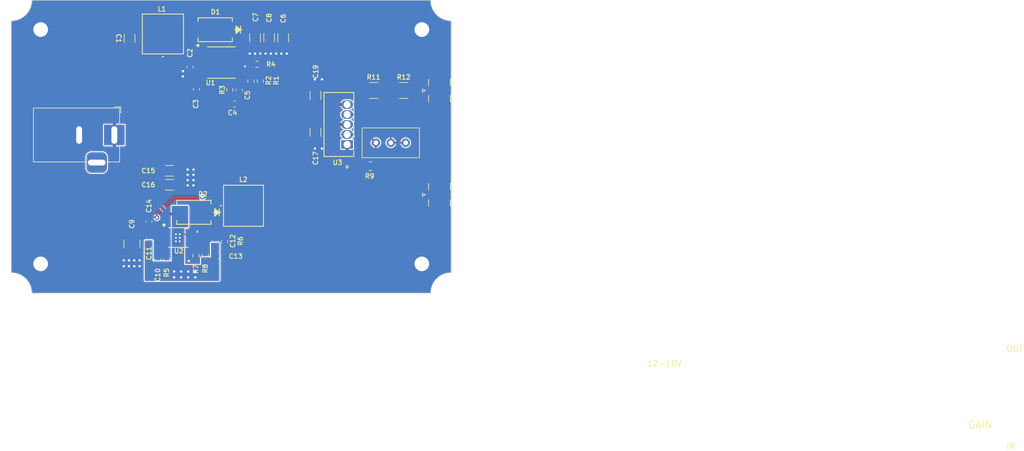
<source format=kicad_pcb>
(kicad_pcb (version 20240108) (generator "pcbnew") (generator_version "8.0")
  (layers (0 "F.Cu" signal) (31 "B.Cu" signal) (34 "B.Paste" user) (35 "F.Paste" user) (36 "B.SilkS" user "B.Silkscreen") (37 "F.SilkS" user "F.Silkscreen") (38 "B.Mask" user) (39 "F.Mask" user) (44 "Edge.Cuts" user))
  (net 0 "")
  (net 1 "VCC")
  (net 2 "GND")
  (net 3 "+30V")
  (net 4 "-30V")
  (net 5 "/FB+")
  (net 6 "/SW")
  (net 7 "/FB-")
  (net 10 "/COMP+")
  (net 11 "/COMP-")
  (net 12 "Net-(U2-BOOT)")
  (net 13 "/PH")
  (net 14 "Net-(U2-SS{slash}TR)")
  (net 15 "Net-(U2-RT{slash}CLK)")
  (net 16 "/VIN")
  (net 17 "/Vfb")
  (net 18 "/Vo")
  (net 19 "Net-(U1-SS)")
  (net 20 "Net-(C4-Pad1)")
  (net 21 "Net-(U1-FREQ)")
  (net 23 "Net-(C13-Pad1)")
  (net 24 "/VOUT")
  (net 25 "Net-(R11-Pad2)")
  (footprint "Resistor_SMD:R_0603_1608Metric" (layer "F.Cu") (at 57.4625 28.8 -90)
    (property "Reference" "R1" (at -0.1 -2.7 90) (layer "F.SilkS") (effects (font (size 0.8 0.8))))
    (property "Value" "232k")
    (pad "1" smd roundrect (at -0.825 0 270) (size 0.8 0.95) (layers "F.Cu" "F.Paste" "F.Mask") (net 5 "/FB+"))
    (pad "2" smd roundrect (at 0.825 0 270) (size 0.8 0.95) (layers "F.Cu" "F.Paste" "F.Mask") (net 3 "+30V"))
  )
  (footprint "TPS54260:DGQ10_1P88X1P57" (layer "F.Cu") (at 43.473601 55.5)
    (property "Reference" "U2" (at 0.088899 2.3 0) (layer "F.SilkS") (effects (font (size 0.8 0.8))))
    (property "Value" "TPS54260DGQ")
    (fp_text user "*" (at -2.445001 -1.829999 0) (layer "F.SilkS"))
    (fp_text user "*" (at -2.445001 -1.819999 0) (layer "F.SilkS"))
    (pad "1" smd rect (at -2.174999 -1.000001) (size 1.399999 0.27) (layers "F.Cu" "F.Paste" "F.Mask") (net 12 "Net-(U2-BOOT)"))
    (pad "2" smd rect (at -2.174999 -0.499999) (size 1.399999 0.27) (layers "F.Cu" "F.Paste" "F.Mask") (net 1 "VCC"))
    (pad "3" smd rect (at -2.174999 0) (size 1.399999 0.27) (layers "F.Cu" "F.Paste" "F.Mask"))
    (pad "4" smd rect (at -2.174999 0.499999) (size 1.399999 0.27) (layers "F.Cu" "F.Paste" "F.Mask") (net 14 "Net-(U2-SS{slash}TR)"))
    (pad "5" smd rect (at -2.174999 1.000001) (size 1.399999 0.27) (layers "F.Cu" "F.Paste" "F.Mask") (net 15 "Net-(U2-RT{slash}CLK)"))
    (pad "6" smd rect (at 2.174999 1.000001) (size 1.399999 0.27) (layers "F.Cu" "F.Paste" "F.Mask"))
    (pad "7" smd rect (at 2.174999 0.499999) (size 1.399999 0.27) (layers "F.Cu" "F.Paste" "F.Mask") (net 7 "/FB-"))
    (pad "8" smd rect (at 2.174999 0) (size 1.399999 0.27) (layers "F.Cu" "F.Paste" "F.Mask") (net 11 "/COMP-"))
    (pad "9" smd rect (at -0.05 0) (size 2.2 3.1) (layers "F.Cu" "F.Paste" "F.Mask") (net 4 "-30V"))
    (pad "9" smd rect (at 2.174999 -0.499999) (size 1.399999 0.27) (layers "F.Cu" "F.Paste" "F.Mask") (net 4 "-30V"))
    (pad "10" smd rect (at 2.174999 -1.000001) (size 1.399999 0.27) (layers "F.Cu" "F.Paste" "F.Mask") (net 13 "/PH"))
  )
  (footprint "Capacitor_SMD:C_1206_3216Metric" (layer "F.Cu") (at 58.9625 21.4 -90)
    (property "Reference" "C8" (at -3.4 0 90) (layer "F.SilkS") (effects (font (size 0.8 0.8))))
    (property "Value" "10u")
    (pad "1" smd roundrect (at -1.475 0 270) (size 1.15 1.8) (layers "F.Cu" "F.Paste" "F.Mask") (roundrect_rratio 0.2173913043) (net 3 "+30V"))
    (pad "2" smd roundrect (at 1.475 0 270) (size 1.15 1.8) (layers "F.Cu" "F.Paste" "F.Mask") (roundrect_rratio 0.2173913043) (net 2 "GND"))
  )
  (footprint "Capacitor_SMD:C_1206_3216Metric" (layer "F.Cu") (at 61.3625 21.4 -90)
    (property "Reference" "C6" (at -3.3 0 90) (layer "F.SilkS") (effects (font (size 0.8 0.8))))
    (property "Value" "10u")
    (pad "1" smd roundrect (at -1.475 0 270) (size 1.15 1.8) (layers "F.Cu" "F.Paste" "F.Mask") (roundrect_rratio 0.2173913043) (net 3 "+30V"))
    (pad "2" smd roundrect (at 1.475 0 270) (size 1.15 1.8) (layers "F.Cu" "F.Paste" "F.Mask") (roundrect_rratio 0.2173913043) (net 2 "GND"))
  )
  (footprint "OPA544T:KC5" (layer "F.Cu") (at 72.2595 39.6072 90)
    (property "Reference" "U3" (at -3.0885 -1.642 0) (layer "F.SilkS") (effects (font (size 0.8 0.8))))
    (property "Value" "OPA544T")
    (pad "1" thru_hole rect (at 0 0 90) (size 1.45 2) (drill 1.2) (layers "*.Cu" "*.Mask") (net 16 "/VIN"))
    (pad "2" thru_hole oval (at 1.7018 0 90) (size 1.45 2) (drill 1.2) (layers "*.Cu" "*.Mask") (net 17 "/Vfb"))
    (pad "3" thru_hole oval (at 3.4036 0 90) (size 1.45 2) (drill 1.2) (layers "*.Cu" "*.Mask") (net 4 "-30V"))
    (pad "4" thru_hole oval (at 5.1054 0 90) (size 1.45 2) (drill 1.2) (layers "*.Cu" "*.Mask") (net 18 "/Vo"))
    (pad "5" thru_hole oval (at 6.8072 0 90) (size 1.45 2) (drill 1.2) (layers "*.Cu" "*.Mask") (net 3 "+30V"))
  )
  (footprint "Resistor_SMD:R_0603_1608Metric" (layer "F.Cu") (at 56.9125 25.925 180)
    (property "Reference" "R4" (at -2.35 0 0) (layer "F.SilkS") (effects (font (size 0.8 0.8))))
    (property "Value" "78k7")
    (pad "1" smd roundrect (at -0.825 0 180) (size 0.8 0.95) (layers "F.Cu" "F.Paste" "F.Mask") (net 2 "GND"))
    (pad "2" smd roundrect (at 0.825 0 180) (size 0.8 0.95) (layers "F.Cu" "F.Paste" "F.Mask") (net 21 "Net-(U1-FREQ)"))
  )
  (footprint "SSB44:DIODE_DO214AA_MBRS_VIS" (layer "F.Cu") (at 46.1316 51.200001 180)
    (property "Reference" "D2" (at -1.537 3.11 0) (layer "F.SilkS") (effects (font (size 0.8 0.8))))
    (property "Value" "4A 48V")
    (pad "1" smd rect (at -1.9713 0 270) (size 2.159 1.945399) (layers "F.Cu" "F.Paste" "F.Mask") (net 13 "/PH"))
    (pad "2" smd rect (at 1.9713 0 270) (size 2.159 1.945399) (layers "F.Cu" "F.Paste" "F.Mask") (net 4 "-30V"))
    (zone (net 0) (net_name "") (layer "F.Cu") (connect_pads (clearance 0)) (min_thickness 0.254)
      (keepout (tracks not_allowed) (vias not_allowed) (pads allowed) (copperpour not_allowed) (footprints allowed))
      (fill (thermal_gap 0.508) (thermal_bridge_width 0.508))
      (polygon (pts (xy 47.079401 52.330301) (xy 45.183799 52.330301) (xy 45.183799 50.069701) (xy 47.079401 50.069701)))
    )
    (zone (net 0) (net_name "") (layer "F.Cu") (connect_pads (clearance 0)) (min_thickness 0.254)
      (keepout (tracks not_allowed) (vias not_allowed) (pads allowed) (copperpour not_allowed) (footprints allowed))
      (fill (thermal_gap 0.508) (thermal_bridge_width 0.508))
      (polygon (pts (xy 48.8748 50.069701) (xy 43.3884 50.069701) (xy 43.3884 49.345801) (xy 48.8748 49.345801)))
    )
  )
  (footprint "Resistor_SMD:R_1210_3225Metric" (layer "F.Cu") (at 76.775 30.4)
    (property "Reference" "R11" (at 0 -2.28 0) (layer "F.SilkS") (effects (font (size 0.8 0.8))))
    (property "Value" "3")
    (pad "1" smd roundrect (at -1.4625 0) (size 1.125 2.65) (layers "F.Cu" "F.Paste" "F.Mask") (roundrect_rratio 0.2222222222) (net 18 "/Vo"))
    (pad "2" smd roundrect (at 1.4625 0) (size 1.125 2.65) (layers "F.Cu" "F.Paste" "F.Mask") (roundrect_rratio 0.2222222222) (net 25 "Net-(R11-Pad2)"))
  )
  (footprint "Capacitor_SMD:C_1206_3216Metric" (layer "F.Cu") (at 56.5625 21.4 -90)
    (property "Reference" "C7" (at -3.5 -0.1 90) (layer "F.SilkS") (effects (font (size 0.8 0.8))))
    (property "Value" "10u")
    (pad "1" smd roundrect (at -1.475 0 270) (size 1.15 1.8) (layers "F.Cu" "F.Paste" "F.Mask") (roundrect_rratio 0.2173913043) (net 3 "+30V"))
    (pad "2" smd roundrect (at 1.475 0 270) (size 1.15 1.8) (layers "F.Cu" "F.Paste" "F.Mask") (roundrect_rratio 0.2173913043) (net 2 "GND"))
  )
  (footprint "Capacitor_SMD:C_0603_1608Metric" (layer "F.Cu") (at 49.7625 56.2 -90)
    (property "Reference" "C12" (at -0.1 -3 90) (layer "F.SilkS") (effects (font (size 0.8 0.8))))
    (property "Value" "2n2")
    (pad "1" smd roundrect (at -0.775 0 270) (size 0.9 0.95) (layers "F.Cu" "F.Paste" "F.Mask") (net 11 "/COMP-"))
    (pad "2" smd roundrect (at 0.775 0 270) (size 0.9 0.95) (layers "F.Cu" "F.Paste" "F.Mask") (net 4 "-30V"))
  )
  (footprint "MountingHole:MountingHole_2.5mm_Pad" (layer "F.Cu") (at 20 20)
    (property "Reference" "H1" (hide yes))
    (property "Value" "MountingHole_Pad")
    (pad "1" thru_hole circle (at 0 0) (size 5 5) (drill 2.5) (layers "*.Cu" "*.Mask") (net 2 "GND"))
  )
  (footprint "Resistor_SMD:R_0805_2012Metric" (layer "F.Cu") (at 76.25 43.3225)
    (property "Reference" "R9" (at -0.14 1.7 0) (layer "F.SilkS") (effects (font (size 0.8 0.8))))
    (property "Value" "10k")
    (pad "1" smd roundrect (at -0.9125 0) (size 1.025 1.4) (layers "F.Cu" "F.Paste" "F.Mask") (roundrect_rratio 0.243902439) (net 2 "GND"))
    (pad "2" smd roundrect (at 0.9125 0) (size 1.025 1.4) (layers "F.Cu" "F.Paste" "F.Mask") (roundrect_rratio 0.243902439) (net 17 "/Vfb"))
  )
  (footprint "Capacitor_SMD:C_0603_1608Metric" (layer "F.Cu") (at 39.9625 59.3 -90)
    (property "Reference" "C10" (at 2.6 0 90) (layer "F.SilkS") (effects (font (size 0.8 0.8))))
    (property "Value" "150n")
    (pad "1" smd roundrect (at -0.775 0 270) (size 0.9 0.95) (layers "F.Cu" "F.Paste" "F.Mask") (net 14 "Net-(U2-SS{slash}TR)"))
    (pad "2" smd roundrect (at 0.775 0 270) (size 0.9 0.95) (layers "F.Cu" "F.Paste" "F.Mask") (net 4 "-30V"))
  )
  (footprint "Connector_BarrelJack:BarrelJack_Horizontal" (layer "F.Cu") (at 32.5625 38)
    (property "Reference" "J1" (hide yes))
    (property "Value" "Power_in")
    (pad "1" thru_hole rect (at 0 0) (size 3.5 3.5) (drill oval 1 3) (layers "*.Cu" "*.Mask") (net 1 "VCC"))
    (pad "2" thru_hole roundrect (at -6 0) (size 3 3.5) (drill oval 1 3) (layers "*.Cu" "*.Mask") (net 2 "GND"))
    (pad "3" thru_hole roundrect (at -3 4.7) (size 3.5 3.5) (drill oval 3 1) (layers "*.Cu" "*.Mask"))
  )
  (footprint "Resistor_SMD:R_0603_1608Metric" (layer "F.Cu") (at 48.0625 58.6 90)
    (property "Reference" "R8" (at -2.2 0 90) (layer "F.SilkS") (effects (font (size 0.8 0.8))))
    (property "Value" "10k")
    (pad "1" smd roundrect (at -0.825 0 90) (size 0.8 0.95) (layers "F.Cu" "F.Paste" "F.Mask") (net 4 "-30V"))
    (pad "2" smd roundrect (at 0.825 0 90) (size 0.8 0.95) (layers "F.Cu" "F.Paste" "F.Mask") (net 7 "/FB-"))
  )
  (footprint "TPS55340:PWP14" (layer "F.Cu") (at 50.8125 25.625)
    (property "Reference" "U1" (at -1.85 3.475 0) (layer "F.SilkS") (effects (font (size 0.8 0.8))))
    (property "Value" "TPS55340PWP")
    (fp_poly (pts (xy -0.175 -1.155) (xy -0.175 -1.405) (xy -0.475 -1.405) (xy -0.475 -1.155)) (fill solid) (layer "F.Cu"))
    (fp_poly (pts (xy -0.175 1.155) (xy -0.175 1.405) (xy -0.475 1.405) (xy -0.475 1.155)) (fill solid) (layer "F.Cu"))
    (fp_poly (pts (xy 0.175 -1.155) (xy 0.175 -1.405) (xy 0.475 -1.405) (xy 0.475 -1.155)) (fill solid) (layer "F.Cu"))
    (fp_poly (pts (xy 0.175 1.155) (xy 0.175 1.405) (xy 0.475 1.405) (xy 0.475 1.155)) (fill solid) (layer "F.Cu"))
    (fp_text user "*" (at -4 -2.6 0) (layer "F.SilkS"))
    (fp_text user "*" (at -4 -2.6 0) (layer "F.SilkS"))
    (pad "1" smd rect (at -2.921 -1.950034) (size 1.461999 0.3548) (layers "F.Cu" "F.Paste" "F.Mask") (net 6 "/SW"))
    (pad "2" smd rect (at -2.921 -1.300023) (size 1.461999 0.3548) (layers "F.Cu" "F.Paste" "F.Mask") (net 6 "/SW"))
    (pad "3" smd rect (at -2.921 -0.650011) (size 1.461999 0.3548) (layers "F.Cu" "F.Paste" "F.Mask") (net 1 "VCC"))
    (pad "4" smd rect (at -2.921 0) (size 1.461999 0.3548) (layers "F.Cu" "F.Paste" "F.Mask") (net 1 "VCC"))
    (pad "5" smd rect (at -2.921 0.650011) (size 1.461999 0.3548) (layers "F.Cu" "F.Paste" "F.Mask") (net 19 "Net-(U1-SS)"))
    (pad "6" smd rect (at -2.921 1.300023) (size 1.461999 0.3548) (layers "F.Cu" "F.Paste" "F.Mask") (net 2 "GND"))
    (pad "7" smd rect (at -2.921 1.950034) (size 1.461999 0.3548) (layers "F.Cu" "F.Paste" "F.Mask") (net 2 "GND"))
    (pad "8" smd rect (at 2.921 1.950034) (size 1.461999 0.3548) (layers "F.Cu" "F.Paste" "F.Mask") (net 10 "/COMP+"))
    (pad "9" smd rect (at 2.921 1.300023) (size 1.461999 0.3548) (layers "F.Cu" "F.Paste" "F.Mask") (net 5 "/FB+"))
    (pad "10" smd rect (at 2.921 0.650011) (size 1.461999 0.3548) (layers "F.Cu" "F.Paste" "F.Mask") (net 21 "Net-(U1-FREQ)"))
    (pad "11" smd rect (at 2.921 0) (size 1.461999 0.3548) (layers "F.Cu" "F.Paste" "F.Mask"))
    (pad "12" smd rect (at 2.921 -0.650011) (size 1.461999 0.3548) (layers "F.Cu" "F.Paste" "F.Mask") (net 2 "GND"))
    (pad "13" smd rect (at 2.921 -1.300023) (size 1.461999 0.3548) (layers "F.Cu" "F.Paste" "F.Mask") (net 2 "GND"))
    (pad "14" smd rect (at 2.921 -1.950034) (size 1.461999 0.3548) (layers "F.Cu" "F.Paste" "F.Mask") (net 2 "GND"))
    (pad "15" smd rect (at 0 0) (size 2.46 2.31) (layers "F.Cu" "F.Paste" "F.Mask") (net 2 "GND"))
  )
  (footprint "Capacitor_SMD:C_0603_1608Metric" (layer "F.Cu") (at 53.8625 30.3 -90)
    (property "Reference" "C5" (at 0.9 -1.4 90) (layer "F.SilkS") (effects (font (size 0.8 0.8))))
    (property "Value" "150p")
    (pad "1" smd roundrect (at -0.775 0 270) (size 0.9 0.95) (layers "F.Cu" "F.Paste" "F.Mask") (net 10 "/COMP+"))
    (pad "2" smd roundrect (at 0.775 0 270) (size 0.9 0.95) (layers "F.Cu" "F.Paste" "F.Mask") (net 2 "GND"))
  )
  (footprint "Capacitor_SMD:C_1206_3216Metric" (layer "F.Cu") (at 41.9625 46.5 180)
    (property "Reference" "C16" (at 3.6 0 0) (layer "F.SilkS") (effects (font (size 0.8 0.8))))
    (property "Value" "10u")
    (pad "1" smd roundrect (at -1.475 0 180) (size 1.15 1.8) (layers "F.Cu" "F.Paste" "F.Mask") (roundrect_rratio 0.2173913043) (net 2 "GND"))
    (pad "2" smd roundrect (at 1.475 0 180) (size 1.15 1.8) (layers "F.Cu" "F.Paste" "F.Mask") (roundrect_rratio 0.2173913043) (net 4 "-30V"))
  )
  (footprint "Resistor_SMD:R_0603_1608Metric" (layer "F.Cu") (at 55.8625 28.8 90)
    (property "Reference" "R2" (at 0.1 3 90) (layer "F.SilkS") (effects (font (size 0.8 0.8))))
    (property "Value" "10k")
    (pad "1" smd roundrect (at -0.825 0 90) (size 0.8 0.95) (layers "F.Cu" "F.Paste" "F.Mask") (net 2 "GND"))
    (pad "2" smd roundrect (at 0.825 0 90) (size 0.8 0.95) (layers "F.Cu" "F.Paste" "F.Mask") (net 5 "/FB+"))
  )
  (footprint "Capacitor_SMD:C_0603_1608Metric" (layer "F.Cu") (at 38.4625 52.8 90)
    (property "Reference" "C14" (at 2.7 0 90) (layer "F.SilkS") (effects (font (size 0.8 0.8))))
    (property "Value" "100n")
    (pad "1" smd roundrect (at -0.775 0 90) (size 0.9 0.95) (layers "F.Cu" "F.Paste" "F.Mask") (net 12 "Net-(U2-BOOT)"))
    (pad "2" smd roundrect (at 0.775 0 90) (size 0.9 0.95) (layers "F.Cu" "F.Paste" "F.Mask") (net 13 "/PH"))
  )
  (footprint "SSB44:DIODE_DO214AA_MBRS_VIS" (layer "F.Cu") (at 49.7625 20.025 180)
    (property "Reference" "D1" (at -0.05 3.05 0) (layer "F.SilkS") (effects (font (size 0.8 0.8))))
    (property "Value" "4A 40V")
    (pad "1" smd rect (at -1.9713 0 270) (size 2.159 1.945399) (layers "F.Cu" "F.Paste" "F.Mask") (net 3 "+30V"))
    (pad "2" smd rect (at 1.9713 0 270) (size 2.159 1.945399) (layers "F.Cu" "F.Paste" "F.Mask") (net 6 "/SW"))
    (zone (net 0) (net_name "") (layer "F.Cu") (connect_pads (clearance 0)) (min_thickness 0.254)
      (keepout (tracks not_allowed) (vias not_allowed) (pads allowed) (copperpour not_allowed) (footprints allowed))
      (fill (thermal_gap 0.508) (thermal_bridge_width 0.508))
      (polygon (pts (xy 50.710301 21.1553) (xy 48.814699 21.1553) (xy 48.814699 18.8947) (xy 50.710301 18.8947)))
    )
  )
  (footprint "Resistor_SMD:R_0603_1608Metric" (layer "F.Cu") (at 46.4625 58.6 -90)
    (property "Reference" "R7" (at 2.3 0 90) (layer "F.SilkS") (effects (font (size 0.8 0.8))))
    (property "Value" "365k")
    (pad "1" smd roundrect (at -0.825 0 270) (size 0.8 0.95) (layers "F.Cu" "F.Paste" "F.Mask") (net 7 "/FB-"))
    (pad "2" smd roundrect (at 0.825 0 270) (size 0.8 0.95) (layers "F.Cu" "F.Paste" "F.Mask") (net 2 "GND"))
  )
  (footprint "Capacitor_SMD:C_1206_3216Metric" (layer "F.Cu") (at 41.9625 44.1 180)
    (property "Reference" "C15" (at 3.6 0 0) (layer "F.SilkS") (effects (font (size 0.8 0.8))))
    (property "Value" "10u")
    (pad "1" smd roundrect (at -1.475 0 180) (size 1.15 1.8) (layers "F.Cu" "F.Paste" "F.Mask") (roundrect_rratio 0.2173913043) (net 2 "GND"))
    (pad "2" smd roundrect (at 1.475 0 180) (size 1.15 1.8) (layers "F.Cu" "F.Paste" "F.Mask") (roundrect_rratio 0.2173913043) (net 4 "-30V"))
  )
  (footprint "Capacitor_SMD:C_1210_3225Metric" (layer "F.Cu") (at 35.5625 56.6 -90)
    (property "Reference" "C9" (at -3.4 0 90) (layer "F.SilkS") (effects (font (size 0.8 0.8))))
    (property "Value" "56u")
    (pad "1" smd roundrect (at -1.475 0 270) (size 1.15 2.7) (layers "F.Cu" "F.Paste" "F.Mask") (roundrect_rratio 0.2173913043) (net 1 "VCC"))
    (pad "2" smd roundrect (at 1.475 0 270) (size 1.15 2.7) (layers "F.Cu" "F.Paste" "F.Mask") (roundrect_rratio 0.2173913043) (net 2 "GND"))
  )
  (footprint "XAL6060:IND_XAL60XX-240H_COC" (layer "F.Cu") (at 54.5918 50.073201)
    (property "Reference" "L2" (at -0.0293 -4.473201 0) (layer "F.SilkS") (effects (font (size 0.8 0.8))))
    (property "Value" "100u")
    (pad "1" smd rect (at -2.0574 0) (size 1.2954 5.0038) (layers "F.Cu" "F.Paste" "F.Mask") (net 13 "/PH"))
    (pad "2" smd rect (at 2.0574 0) (size 1.2954 5.0038) (layers "F.Cu" "F.Paste" "F.Mask") (net 2 "GND"))
  )
  (footprint "Capacitor_SMD:C_0603_1608Metric" (layer "F.Cu") (at 53.0625 32.7)
    (property "Reference" "C4" (at -0.35 1.5 0) (layer "F.SilkS") (effects (font (size 0.8 0.8))))
    (property "Value" "220n")
    (pad "1" smd roundrect (at -0.775 0) (size 0.9 0.95) (layers "F.Cu" "F.Paste" "F.Mask") (net 20 "Net-(C4-Pad1)"))
    (pad "2" smd roundrect (at 0.775 0) (size 0.9 0.95) (layers "F.Cu" "F.Paste" "F.Mask") (net 2 "GND"))
  )
  (footprint "XAL6060:IND_XAL60XX-240H_COC" (layer "F.Cu") (at 40.8395 20.75 90)
    (property "Reference" "L1" (at 4.25 -0.177 0) (layer "F.SilkS") (effects (font (size 0.8 0.8))))
    (property "Value" "47u")
    (pad "1" smd rect (at -2.0574 0 90) (size 1.2954 5.0038) (layers "F.Cu" "F.Paste" "F.Mask") (net 1 "VCC"))
    (pad "2" smd rect (at 2.0574 0 90) (size 1.2954 5.0038) (layers "F.Cu" "F.Paste" "F.Mask") (net 6 "/SW"))
  )
  (footprint "Capacitor_SMD:C_1206_3216Metric" (layer "F.Cu") (at 66.8625 37.5307 90)
    (property "Reference" "C17" (at -4.4232 0.015 90) (layer "F.SilkS") (effects (font (size 0.8 0.8))))
    (property "Value" "100n")
    (pad "1" smd roundrect (at -1.475 0 90) (size 1.15 1.8) (layers "F.Cu" "F.Paste" "F.Mask") (roundrect_rratio 0.2173913043) (net 2 "GND"))
    (pad "2" smd roundrect (at 1.475 0 90) (size 1.15 1.8) (layers "F.Cu" "F.Paste" "F.Mask") (roundrect_rratio 0.2173913043) (net 4 "-30V"))
  )
  (footprint "MountingHole:MountingHole_2.5mm_Pad" (layer "F.Cu") (at 85 20)
    (property "Reference" "H2" (hide yes))
    (property "Value" "MountingHole_Pad")
    (pad "1" thru_hole circle (at 0 0) (size 5 5) (drill 2.5) (layers "*.Cu" "*.Mask") (net 2 "GND"))
  )
  (footprint "Potentiometer_THT:Potentiometer_Bourns_3296W_Vertical" (layer "F.Cu") (at 82.25 39.3225)
    (property "Reference" "RV1" (hide yes))
    (property "Value" "R_Potentiometer_Trim")
    (pad "1" thru_hole circle (at 0 0) (size 1.44 1.44) (drill 0.8) (layers "*.Cu" "*.Mask") (net 18 "/Vo"))
    (pad "2" thru_hole circle (at -2.54 0) (size 1.44 1.44) (drill 0.8) (layers "*.Cu" "*.Mask") (net 18 "/Vo"))
    (pad "3" thru_hole circle (at -5.08 0) (size 1.44 1.44) (drill 0.8) (layers "*.Cu" "*.Mask") (net 17 "/Vfb"))
  )
  (footprint "Resistor_SMD:R_0603_1608Metric" (layer "F.Cu") (at 52.2625 30.3 90)
    (property "Reference" "R3" (at 0 -1.3 90) (layer "F.SilkS") (effects (font (size 0.8 0.8))))
    (property "Value" "3k7")
    (pad "1" smd roundrect (at -0.825 0 90) (size 0.8 0.95) (layers "F.Cu" "F.Paste" "F.Mask") (net 20 "Net-(C4-Pad1)"))
    (pad "2" smd roundrect (at 0.825 0 90) (size 0.8 0.95) (layers "F.Cu" "F.Paste" "F.Mask") (net 10 "/COMP+"))
  )
  (footprint "Capacitor_SMD:C_0603_1608Metric" (layer "F.Cu") (at 50.4625 58.6 180)
    (property "Reference" "C13" (at -2.8 -0.1 0) (layer "F.SilkS") (effects (font (size 0.8 0.8))))
    (property "Value" "220n")
    (pad "1" smd roundrect (at -0.775 0 180) (size 0.9 0.95) (layers "F.Cu" "F.Paste" "F.Mask") (net 23 "Net-(C13-Pad1)"))
    (pad "2" smd roundrect (at 0.775 0 180) (size 0.9 0.95) (layers "F.Cu" "F.Paste" "F.Mask") (net 4 "-30V"))
  )
  (footprint "Connector_Coaxial:SMA_Samtec_SMA-J-P-X-ST-EM1_EdgeMount" (layer "F.Cu") (at 87.8625 30.4 90)
    (property "Reference" "J3" (hide yes))
    (property "Value" "OUT")
    (pad "1" smd rect (at 0 0.2 90) (size 1.27 3.6) (layers "F.Cu" "F.Paste" "F.Mask") (net 24 "/VOUT"))
    (pad "2" smd rect (at -2.825 0 90) (size 1.35 4.2) (layers "F.Cu" "F.Paste" "F.Mask") (net 2 "GND"))
    (pad "2" smd rect (at -2.825 0 90) (size 1.35 4.2) (layers "B.Cu" "B.Paste" "B.Mask") (net 2 "GND"))
    (pad "2" smd rect (at 2.825 0 90) (size 1.35 4.2) (layers "F.Cu" "F.Paste" "F.Mask") (net 2 "GND"))
    (pad "2" smd rect (at 2.825 0 90) (size 1.35 4.2) (layers "B.Cu" "B.Paste" "B.Mask") (net 2 "GND"))
  )
  (footprint "Capacitor_SMD:C_0603_1608Metric" (layer "F.Cu") (at 46.5625 30.2 -90)
    (property "Reference" "C3" (at 2.5 0.1 90) (layer "F.SilkS") (effects (font (size 0.8 0.8))))
    (property "Value" "47n")
    (pad "1" smd roundrect (at -0.775 0 270) (size 0.9 0.95) (layers "F.Cu" "F.Paste" "F.Mask") (net 19 "Net-(U1-SS)"))
    (pad "2" smd roundrect (at 0.775 0 270) (size 0.9 0.95) (layers "F.Cu" "F.Paste" "F.Mask") (net 2 "GND"))
  )
  (footprint "Connector_Coaxial:SMA_Samtec_SMA-J-P-X-ST-EM1_EdgeMount" (layer "F.Cu") (at 87.8625 48.2 90)
    (property "Reference" "J2" (hide yes))
    (property "Value" "IN")
    (pad "1" smd rect (at 0 0.2 90) (size 1.27 3.6) (layers "F.Cu" "F.Paste" "F.Mask") (net 16 "/VIN"))
    (pad "2" smd rect (at -2.825 0 90) (size 1.35 4.2) (layers "F.Cu" "F.Paste" "F.Mask") (net 2 "GND"))
    (pad "2" smd rect (at -2.825 0 90) (size 1.35 4.2) (layers "B.Cu" "B.Paste" "B.Mask") (net 2 "GND"))
    (pad "2" smd rect (at 2.825 0 90) (size 1.35 4.2) (layers "F.Cu" "F.Paste" "F.Mask") (net 2 "GND"))
    (pad "2" smd rect (at 2.825 0 90) (size 1.35 4.2) (layers "B.Cu" "B.Paste" "B.Mask") (net 2 "GND"))
  )
  (footprint "Resistor_SMD:R_1210_3225Metric" (layer "F.Cu") (at 81.9 30.4)
    (property "Reference" "R12" (at 0 -2.28 0) (layer "F.SilkS") (effects (font (size 0.8 0.8))))
    (property "Value" "2")
    (pad "1" smd roundrect (at -1.4625 0) (size 1.125 2.65) (layers "F.Cu" "F.Paste" "F.Mask") (roundrect_rratio 0.2222222222) (net 25 "Net-(R11-Pad2)"))
    (pad "2" smd roundrect (at 1.4625 0) (size 1.125 2.65) (layers "F.Cu" "F.Paste" "F.Mask") (roundrect_rratio 0.2222222222) (net 24 "/VOUT"))
  )
  (footprint "Capacitor_SMD:C_0603_1608Metric" (layer "F.Cu") (at 45.4625 26.41 -90)
    (property "Reference" "C2" (at -2.41 0 90) (layer "F.SilkS") (effects (font (size 0.8 0.8))))
    (property "Value" "100n")
    (pad "1" smd roundrect (at -0.775 0 270) (size 0.9 0.95) (layers "F.Cu" "F.Paste" "F.Mask") (net 1 "VCC"))
    (pad "2" smd roundrect (at 0.775 0 270) (size 0.9 0.95) (layers "F.Cu" "F.Paste" "F.Mask") (net 2 "GND"))
  )
  (footprint "MountingHole:MountingHole_2.5mm_Pad" (layer "F.Cu") (at 85 60)
    (property "Reference" "H4" (hide yes))
    (property "Value" "MountingHole_Pad")
    (pad "1" thru_hole circle (at 0 0) (size 5 5) (drill 2.5) (layers "*.Cu" "*.Mask") (net 2 "GND"))
  )
  (footprint "Capacitor_SMD:C_1206_3216Metric" (layer "F.Cu") (at 66.8625 31.2307 90)
    (property "Reference" "C19" (at 4.05 0.05 90) (layer "F.SilkS") (effects (font (size 0.8 0.8))))
    (property "Value" "100n")
    (pad "1" smd roundrect (at -1.475 0 90) (size 1.15 1.8) (layers "F.Cu" "F.Paste" "F.Mask") (roundrect_rratio 0.2173913043) (net 3 "+30V"))
    (pad "2" smd roundrect (at 1.475 0 90) (size 1.15 1.8) (layers "F.Cu" "F.Paste" "F.Mask") (roundrect_rratio 0.2173913043) (net 2 "GND"))
  )
  (footprint "Resistor_SMD:R_0603_1608Metric" (layer "F.Cu") (at 51.3625 56.2 90)
    (property "Reference" "R6" (at 0.1 2.7 90) (layer "F.SilkS") (effects (font (size 0.8 0.8))))
    (property "Value" "8k2")
    (pad "1" smd roundrect (at -0.825 0 90) (size 0.8 0.95) (layers "F.Cu" "F.Paste" "F.Mask") (net 23 "Net-(C13-Pad1)"))
    (pad "2" smd roundrect (at 0.825 0 90) (size 0.8 0.95) (layers "F.Cu" "F.Paste" "F.Mask") (net 11 "/COMP-"))
  )
  (footprint "Capacitor_SMD:C_0603_1608Metric" (layer "F.Cu") (at 38.4625 55.9 -90)
    (property "Reference" "C11" (at 2.3 0 90) (layer "F.SilkS") (effects (font (size 0.8 0.8))))
    (property "Value" "1u")
    (pad "1" smd roundrect (at -0.775 0 270) (size 0.9 0.95) (layers "F.Cu" "F.Paste" "F.Mask") (net 1 "VCC"))
    (pad "2" smd roundrect (at 0.775 0 270) (size 0.9 0.95) (layers "F.Cu" "F.Paste" "F.Mask") (net 4 "-30V"))
  )
  (footprint "Resistor_SMD:R_0603_1608Metric" (layer "F.Cu") (at 41.4625 59.3 90)
    (property "Reference" "R5" (at -2.2 0 90) (layer "F.SilkS") (effects (font (size 0.8 0.8))))
    (property "Value" "300k")
    (pad "1" smd roundrect (at -0.825 0 90) (size 0.8 0.95) (layers "F.Cu" "F.Paste" "F.Mask") (net 4 "-30V"))
    (pad "2" smd roundrect (at 0.825 0 90) (size 0.8 0.95) (layers "F.Cu" "F.Paste" "F.Mask") (net 15 "Net-(U2-RT{slash}CLK)"))
  )
  (footprint "MountingHole:MountingHole_2.5mm_Pad" (layer "F.Cu") (at 20 60)
    (property "Reference" "H3" (hide yes))
    (property "Value" "MountingHole_Pad")
    (pad "1" thru_hole circle (at 0 0) (size 5 5) (drill 2.5) (layers "*.Cu" "*.Mask") (net 2 "GND"))
  )
  (footprint "Capacitor_SMD:C_1206_3216Metric" (layer "F.Cu") (at 35.1625 21.5 90)
    (property "Reference" "C1" (at 0 -1.85 -90) (layer "F.SilkS") (effects (font (size 0.8 0.8))))
    (property "Value" "10u")
    (pad "1" smd roundrect (at -1.475 0 90) (size 1.15 1.8) (layers "F.Cu" "F.Paste" "F.Mask") (roundrect_rratio 0.2173913043) (net 1 "VCC"))
    (pad "2" smd roundrect (at 1.475 0 90) (size 1.15 1.8) (layers "F.Cu" "F.Paste" "F.Mask") (roundrect_rratio 0.2173913043) (net 2 "GND"))
  )
  (gr_arc (start 90 18.5) (mid 87.525126 17.474874) (end 86.5 15) (stroke (width 0.1)) (layer "Edge.Cuts"))
  (gr_line (start 18.5 65) (end 86.5 65) (stroke (width 0.1)) (layer "Edge.Cuts"))
  (gr_arc (start 15 61.5) (mid 17.474874 62.525126) (end 18.5 65) (stroke (width 0.1)) (layer "Edge.Cuts"))
  (gr_line (start 15 18.5) (end 15 61.5) (stroke (width 0.1)) (layer "Edge.Cuts"))
  (gr_line (start 86.5 15) (end 18.5 15) (stroke (width 0.1)) (layer "Edge.Cuts"))
  (gr_line (start 90 61.5) (end 90 18.5) (stroke (width 0.1)) (layer "Edge.Cuts"))
  (gr_arc (start 86.5 65) (mid 87.525126 62.525126) (end 90 61.5) (stroke (width 0.1)) (layer "Edge.Cuts"))
  (gr_arc (start 18.5 15) (mid 17.474874 17.474874) (end 15 18.5) (stroke (width 0.1)) (layer "Edge.Cuts"))
  (gr_text "IN" (at 184.6 91.7 0) (layer "F.SilkS") (effects (font (size 1 1)) (justify left bottom)))
  (gr_text "GAIN" (at 178.1 88.15 0) (layer "F.SilkS") (effects (font (size 1.2 1.2)) (justify left bottom)))
  (gr_text "12-18V" (at 123.3 77.6 0) (layer "F.SilkS") (effects (font (size 1 1)) (justify left bottom)))
  (gr_text "OUT" (at 184.6 75.1 0) (layer "F.SilkS") (effects (font (size 1 1)) (justify left bottom)))
  (segment (start 33.9875 22.975) (end 35.1625 22.975) (width 0.5) (layer "F.Cu") (net 1))
  (segment (start 38.4375 55) (end 35.2875 55) (width 0.5) (layer "F.Cu") (net 1))
  (segment (start 33.6625 38.0425) (end 33.1625 38.5425) (width 0.25) (layer "F.Cu") (net 1))
  (segment (start 45.4625 23.8) (end 45.4625 25.635) (width 0.5) (layer "F.Cu") (net 1))
  (segment (start 32.5625 53.9) (end 33.7875 55.125) (width 0.5) (layer "F.Cu") (net 1))
  (segment (start 32.5625 24.4) (end 33.9875 22.975) (width 0.5) (layer "F.Cu") (net 1))
  (segment (start 47.7665 25.5) (end 45.5975 25.5) (width 0.5) (layer "F.Cu") (net 1))
  (segment (start 47.8915 25.025) (end 47.8915 24.975) (width 0.25) (layer "F.Cu") (net 1))
  (segment (start 38.6875 55) (end 38.9625 55) (width 0.5) (layer "F.Cu") (net 1))
  (segment (start 32.5625 38.0425) (end 32.5625 24.4) (width 0.5) (layer "F.Cu") (net 1))
  (segment (start 44.4699 22.8074) (end 45.4625 23.8) (width 0.5) (layer "F.Cu") (net 1))
  (segment (start 38.9625 55) (end 39.9625 55) (width 0.5) (layer "F.Cu") (net 1))
  (segment (start 32.5625 38.0425) (end 32.5625 53.9) (width 0.5) (layer "F.Cu") (net 1))
  (segment (start 39.9625 55) (end 39.962501 55.000001) (width 0.15) (layer "F.Cu") (net 1))
  (segment (start 40.5519 23.095) (end 40.8395 22.8074) (width 0.5) (layer "F.Cu") (net 1))
  (segment (start 39.962501 55.000001) (end 41.298602 55.000001) (width 0.25) (layer "F.Cu") (net 1))
  (segment (start 35.2875 55) (end 35.0625 55.225) (width 0.5) (layer "F.Cu") (net 1))
  (segment (start 45.5975 25.5) (end 45.4625 25.635) (width 0.5) (layer "F.Cu") (net 1))
  (segment (start 33.7875 55.125) (end 35.5625 55.125) (width 0.5) (layer "F.Cu") (net 1))
  (segment (start 38.5625 55.125) (end 38.4375 55) (width 0.5) (layer "F.Cu") (net 1))
  (segment (start 38.5625 55.125) (end 38.6875 55) (width 0.5) (layer "F.Cu") (net 1))
  (segment (start 40.8395 22.8074) (end 44.4699 22.8074) (width 0.5) (layer "F.Cu") (net 1))
  (segment (start 47.8915 25.625) (end 47.8915 24.974989) (width 0.4) (layer "F.Cu") (net 1))
  (segment (start 34.9595 23.095) (end 40.5519 23.095) (width 0.5) (layer "F.Cu") (net 1))
  (segment (start 50.8125 25.625) (end 51.5625 24.875) (width 0.15) (layer "F.Cu") (net 2))
  (segment (start 50.8125 25.625) (end 50.8125 25.33391) (width 0.15) (layer "F.Cu") (net 2))
  (segment (start 50.8125 25.33391) (end 50.0625 24.58391) (width 0.15) (layer "F.Cu") (net 2))
  (segment (start 50.8125 25.625) (end 51.462511 24.974989) (width 0.15) (layer "F.Cu") (net 2))
  (segment (start 50.8125 25.625) (end 51.5625 26.375) (width 0.15) (layer "F.Cu") (net 2))
  (via (at 35.0625 59.4) (size 0.8) (drill 0.4) (layers "F.Cu" "B.Cu") (net 2))
  (via (at 36.8625 59.4) (size 0.8) (drill 0.4) (layers "F.Cu" "B.Cu") (net 2))
  (via (at 34.1625 59.4) (size 0.8) (drill 0.4) (layers "F.Cu" "B.Cu") (net 2))
  (via (at 34.1625 60.4) (size 0.8) (drill 0.4) (layers "F.Cu" "B.Cu") (net 2))
  (via (at 44.2625 28) (size 0.8) (drill 0.4) (layers "F.Cu" "B.Cu") (net 2))
  (via (at 46.0625 44.8) (size 0.8) (drill 0.4) (layers "F.Cu" "B.Cu") (net 2))
  (via (at 60.1625 24.1) (size 0.8) (drill 0.4) (layers "F.Cu" "B.Cu") (net 2))
  (via (at 45.0625 46.6) (size 0.8) (drill 0.4) (layers "F.Cu" "B.Cu") (net 2))
  (via (at 45.0625 45.7) (size 0.8) (drill 0.4) (layers "F.Cu" "B.Cu") (net 2))
  (via (at 35.0625 60.4) (size 0.8) (drill 0.4) (layers "F.Cu" "B.Cu") (net 2))
  (via (at 45.0625 43.9) (size 0.8) (drill 0.4) (layers "F.Cu" "B.Cu") (net 2))
  (via (at 57.4625 24.1) (size 0.8) (drill 0.4) (layers "F.Cu" "B.Cu") (net 2))
  (via (at 46.0625 45.7) (size 0.8) (drill 0.4) (layers "F.Cu" "B.Cu") (net 2))
  (via (at 59.2625 24.1) (size 0.8) (drill 0.4) (layers "F.Cu" "B.Cu") (net 2))
  (via (at 56.5625 24.1) (size 0.8) (drill 0.4) (layers "F.Cu" "B.Cu") (net 2))
  (via (at 46.0625 43.9) (size 0.8) (drill 0.4) (layers "F.Cu" "B.Cu") (net 2))
  (via (at 66.7625 40.3) (size 0.8) (drill 0.4) (layers "F.Cu" "B.Cu") (net 2))
  (via (at 44.2625 27.1) (size 0.8) (drill 0.4) (layers "F.Cu" "B.Cu") (net 2))
  (via (at 45.0625 44.8) (size 0.8) (drill 0.4) (layers "F.Cu" "B.Cu") (net 2))
  (via (at 55.6625 24.1) (size 0.8) (drill 0.4) (layers "F.Cu" "B.Cu") (net 2))
  (via (at 66.7625 28.5) (size 0.8) (drill 0.4) (layers "F.Cu" "B.Cu") (net 2))
  (via (at 61.9625 24.1) (size 0.8) (drill 0.4) (layers "F.Cu" "B.Cu") (net 2))
  (via (at 35.9625 60.4) (size 0.8) (drill 0.4) (layers "F.Cu" "B.Cu") (net 2))
  (via (at 36.8625 60.4) (size 0.8) (drill 0.4) (layers "F.Cu" "B.Cu") (net 2))
  (via (at 67.9625 40.3) (size 0.8) (drill 0.4) (layers "F.Cu" "B.Cu") (net 2))
  (via (at 45.2625 59.5) (size 0.8) (drill 0.4) (layers "F.Cu" "B.Cu") (net 2))
  (via (at 35.9625 59.4) (size 0.8) (drill 0.4) (layers "F.Cu" "B.Cu") (net 2))
  (via (at 67.9625 28.5) (size 0.8) (drill 0.4) (layers "F.Cu" "B.Cu") (net 2))
  (via (at 46.0625 46.6) (size 0.8) (drill 0.4) (layers "F.Cu" "B.Cu") (net 2))
  (via (at 58.3625 24.1) (size 0.8) (drill 0.4) (layers "F.Cu" "B.Cu") (net 2))
  (via (at 61.0625 24.1) (size 0.8) (drill 0.4) (layers "F.Cu" "B.Cu") (net 2))
  (segment (start 63.0625 19.95) (end 64.3125 19.95) (width 0.5) (layer "F.Cu") (net 3))
  (segment (start 59.0375 29.625) (end 63.0625 25.6) (width 0.15) (layer "F.Cu") (net 3))
  (segment (start 59.3625 20) (end 59.4125 19.95) (width 0.5) (layer "F.Cu") (net 3))
  (segment (start 65.0182 32.7057) (end 66.8625 32.7057) (width 0.5) (layer "F.Cu") (net 3))
  (segment (start 56.8125 20) (end 59.3625 20) (width 0.5) (layer "F.Cu") (net 3))
  (segment (start 57.8125 29.55) (end 57.7625 29.6) (width 0.15) (layer "F.Cu") (net 3))
  (segment (start 72.2595 32.8) (end 67.0932 32.8) (width 0.5) (layer "F.Cu") (net 3))
  (segment (start 64.3125 19.95) (end 64.7125 20.35) (width 0.5) (layer "F.Cu") (net 3))
  (segment (start 62.2125 19.95) (end 63.0625 19.95) (width 0.5) (layer "F.Cu") (net 3))
  (segment (start 56.7875 20.025) (end 56.8125 20) (width 0.5) (layer "F.Cu") (net 3))
  (segment (start 59.4125 19.95) (end 62.2125 19.95) (width 0.5) (layer "F.Cu") (net 3))
  (segment (start 57.4625 29.625) (end 59.0375 29.625) (width 0.15) (layer "F.Cu") (net 3))
  (segment (start 51.7338 20.025) (end 56.7875 20.025) (width 0.5) (layer "F.Cu") (net 3))
  (segment (start 64.7125 20.35) (end 64.7125 32.4) (width 0.5) (layer "F.Cu") (net 3))
  (segment (start 64.7125 32.4) (end 65.0182 32.7057) (width 0.5) (layer "F.Cu") (net 3))
  (segment (start 63.0625 25.6) (end 63.0625 19.95) (width 0.15) (layer "F.Cu") (net 3))
  (segment (start 43.423601 55.5) (end 43.423601 54.361101) (width 0.15) (layer "F.Cu") (net 4))
  (segment (start 46.3068 36.0557) (end 67.3625 36.0557) (width 0.5) (layer "F.Cu") (net 4))
  (segment (start 72.2595 36.2036) (end 66.9854 36.2036) (width 0.5) (layer "F.Cu") (net 4))
  (segment (start 40.4475 50.185) (end 40.4475 41.915) (width 0.5) (layer "F.Cu") (net 4))
  (segment (start 43.3292 51.475) (end 41.7375 51.475) (width 0.5) (layer "F.Cu") (net 4))
  (segment (start 40.4475 41.915) (end 46.3068 36.0557) (width 0.5) (layer "F.Cu") (net 4))
  (segment (start 41.7375 51.475) (end 40.4475 50.185) (width 0.5) (layer "F.Cu") (net 4))
  (segment (start 45.6486 55.000001) (end 43.9236 55.000001) (width 0.15) (layer "F.Cu") (net 4))
  (segment (start 49.7875 58.425) (end 49.9625 58.6) (width 0.15) (layer "F.Cu") (net 4))
  (via (at 43.9625 61.3) (size 0.8) (drill 0.4) (layers "F.Cu" "B.Cu") (net 4))
  (via (at 43.7125 54.95) (size 0.6) (drill 0.3) (layers "F.Cu" "B.Cu") (net 4))
  (via (at 43.0625 54.95) (size 0.6) (drill 0.3) (layers "F.Cu" "B.Cu") (net 4))
  (via (at 43.0625 56.15) (size 0.6) (drill 0.3) (layers "F.Cu" "B.Cu") (net 4))
  (via (at 43.7125 56.15) (size 0.6) (drill 0.3) (layers "F.Cu" "B.Cu") (net 4))
  (via (at 46.3625 62.3) (size 0.8) (drill 0.4) (layers "F.Cu" "B.Cu") (net 4))
  (via (at 43.9625 62.3) (size 0.8) (drill 0.4) (layers "F.Cu" "B.Cu") (net 4))
  (via (at 46.3625 61.3) (size 0.8) (drill 0.4) (layers "F.Cu" "B.Cu") (net 4))
  (via (at 45.1625 61.3) (size 0.8) (drill 0.4) (layers "F.Cu" "B.Cu") (net 4))
  (via (at 45.1625 62.3) (size 0.8) (drill 0.4) (layers "F.Cu" "B.Cu") (net 4))
  (via (at 43.7125 55.55) (size 0.6) (drill 0.3) (layers "F.Cu" "B.Cu") (net 4))
  (via (at 43.0625 55.55) (size 0.6) (drill 0.3) (layers "F.Cu" "B.Cu") (net 4))
  (via (at 42.7625 61.3) (size 0.8) (drill 0.4) (layers "F.Cu" "B.Cu") (net 4))
  (via (at 42.7625 62.3) (size 0.8) (drill 0.4) (layers "F.Cu" "B.Cu") (net 4))
  (segment (start 55.9125 28) (end 54.837523 26.925023) (width 0.15) (layer "F.Cu") (net 5))
  (segment (start 55.9625 27.95) (end 55.9125 28) (width 0.25) (layer "F.Cu") (net 5))
  (segment (start 54.8375 26.925) (end 55.9125 28) (width 0.15) (layer "F.Cu") (net 5))
  (segment (start 57.7625 27.95) (end 55.9625 27.95) (width 0.25) (layer "F.Cu") (net 5))
  (segment (start 54.837523 26.925023) (end 53.7335 26.925023) (width 0.15) (layer "F.Cu") (net 5))
  (segment (start 46.4588 18.6926) (end 47.7912 20.025) (width 0.5) (layer "F.Cu") (net 6))
  (segment (start 40.8395 18.6926) (end 46.4588 18.6926) (width 0.5) (layer "F.Cu") (net 6))
  (segment (start 47.8915 24.324977) (end 47.7912 24.224677) (width 0.5) (layer "F.Cu") (net 6))
  (segment (start 40.8395 18.6926) (end 43.1875 18.6926) (width 0.25) (layer "F.Cu") (net 6))
  (segment (start 47.7912 24.224677) (end 47.7912 20.025) (width 0.5) (layer "F.Cu") (net 6))
  (segment (start 48.0625 57.775) (end 48.0625 57) (width 0.15) (layer "F.Cu") (net 7))
  (segment (start 46.4625 57.775) (end 48.0625 57.775) (width 0.25) (layer "F.Cu") (net 7))
  (segment (start 47.062499 55.999999) (end 45.6486 55.999999) (width 0.15) (layer "F.Cu") (net 7))
  (segment (start 48.0625 57) (end 47.062499 55.999999) (width 0.15) (layer "F.Cu") (net 7))
  (segment (start 53.8125 29.5) (end 53.8125 27.654034) (width 0.25) (layer "F.Cu") (net 10))
  (segment (start 53.8125 29.5) (end 52.1125 29.5) (width 0.25) (layer "F.Cu") (net 10))
  (segment (start 53.8125 27.654034) (end 53.7335 27.575034) (width 0.25) (layer "F.Cu") (net 10))
  (segment (start 45.6486 55.5) (end 49.6875 55.5) (width 0.15) (layer "F.Cu") (net 11))
  (segment (start 51.2875 55.45) (end 51.3625 55.375) (width 0.2) (layer "F.Cu") (net 11))
  (segment (start 49.6875 55.5) (end 49.7625 55.425) (width 0.2) (layer "F.Cu") (net 11))
  (segment (start 49.7375 55.5) (end 49.7875 55.45) (width 0.2) (layer "F.Cu") (net 11))
  (segment (start 51.3125 55.425) (end 51.3625 55.375) (width 0.2) (layer "F.Cu") (net 11))
  (segment (start 49.8625 55.375) (end 49.7875 55.45) (width 0.2) (layer "F.Cu") (net 11))
  (segment (start 49.7625 55.425) (end 51.3125 55.425) (width 0.2) (layer "F.Cu") (net 11))
  (segment (start 38.2625 53.575) (end 40.373603 53.575) (width 0.15) (layer "F.Cu") (net 12))
  (segment (start 40.373603 53.575) (end 41.298602 54.499999) (width 0.15) (layer "F.Cu") (net 12))
  (segment (start 39.7436 52.025) (end 38.5537 52.025) (width 0.25) (layer "F.Cu") (net 13))
  (segment (start 45.6486 54.499999) (end 46.862499 54.499999) (width 0.25) (layer "F.Cu") (net 13))
  (segment (start 46.862499 54.499999) (end 46.8625 54.5) (width 0.25) (layer "F.Cu") (net 13))
  (segment (start 48.305777 48.6) (end 50.1625 50.456723) (width 0.25) (layer "F.Cu") (net 13))
  (segment (start 50.1625 50.456723) (end 50.1625 51.8) (width 0.25) (layer "F.Cu") (net 13))
  (segment (start 38.5537 52.025) (end 38.2375 52.3412) (width 0.25) (layer "F.Cu") (net 13))
  (segment (start 47.4625 54.5) (end 48.1029 53.8596) (width 0.5) (layer "F.Cu") (net 13))
  (segment (start 48.1029 53.8596) (end 48.1029 51.200001) (width 0.5) (layer "F.Cu") (net 13))
  (segment (start 48.9498 52.046901) (end 48.1029 51.200001) (width 0.15) (layer "F.Cu") (net 13))
  (segment (start 39.8186 52.1) (end 39.7436 52.025) (width 0.25) (layer "F.Cu") (net 13))
  (segment (start 47.5625 48.6) (end 48.305777 48.6) (width 0.25) (layer "F.Cu") (net 13))
  (segment (start 46.8625 54.5) (end 47.4625 54.5) (width 0.5) (layer "F.Cu") (net 13))
  (via (at 39.8186 52.1) (size 0.8) (drill 0.4) (layers "F.Cu" "B.Cu") (net 13))
  (via (at 47.5625 48.6) (size 0.8) (drill 0.4) (layers "F.Cu" "B.Cu") (net 13))
  (segment (start 42.7625 48.6) (end 47.5625 48.6) (width 0.25) (layer "B.Cu") (net 13))
  (segment (start 39.8186 51.5439) (end 42.7625 48.6) (width 0.25) (layer "B.Cu") (net 13))
  (segment (start 39.8186 52.1) (end 39.8186 51.5439) (width 0.25) (layer "B.Cu") (net 13))
  (segment (start 40.413605 55.999999) (end 41.298602 55.999999) (width 0.15) (layer "F.Cu") (net 14))
  (segment (start 40.1625 58.825) (end 39.9625 58.625) (width 0.15) (layer "F.Cu") (net 14))
  (segment (start 39.9625 56.451104) (end 40.413605 55.999999) (width 0.15) (layer "F.Cu") (net 14))
  (segment (start 39.9625 58.625) (end 39.9625 56.451104) (width 0.15) (layer "F.Cu") (net 14))
  (segment (start 41.298602 56.500001) (end 41.298602 58.611102) (width 0.15) (layer "F.Cu") (net 15))
  (segment (start 41.298602 58.611102) (end 41.4625 58.775) (width 0.15) (layer "F.Cu") (net 15))
  (segment (start 88.0125 48.2) (end 74.0125 48.2) (width 0.5) (layer "F.Cu") (net 16))
  (segment (start 74.0125 48.2) (end 72.2595 46.447) (width 0.5) (layer "F.Cu") (net 16))
  (segment (start 72.2595 46.447) (end 72.2595 39.6072) (width 0.5) (layer "F.Cu") (net 16))
  (segment (start 75.7529 37.9054) (end 72.2595 37.9054) (width 0.25) (layer "F.Cu") (net 17))
  (segment (start 72.7884 37.8) (end 72.7595 37.7711) (width 0.5) (layer "F.Cu") (net 17))
  (segment (start 77.1625 43.3225) (end 77.1625 38.7775) (width 0.25) (layer "F.Cu") (net 17))
  (segment (start 77.17 39.3225) (end 75.7529 37.9054) (width 0.25) (layer "F.Cu") (net 17))
  (segment (start 75.3125 33.3018) (end 75.3125 30.4) (width 0.5) (layer "F.Cu") (net 18))
  (segment (start 79.71 39.3225) (end 79.585 39.3225) (width 0.25) (layer "F.Cu") (net 18))
  (segment (start 79.71 36.1475) (end 79.71 39.3225) (width 0.25) (layer "F.Cu") (net 18))
  (segment (start 72.2595 34.5018) (end 72.3577 34.6) (width 0.25) (layer "F.Cu") (net 18))
  (segment (start 72.74045 34.5018) (end 74.1125 34.5018) (width 0.5) (layer "F.Cu") (net 18))
  (segment (start 72.3577 34.6) (end 78.1625 34.6) (width 0.25) (layer "F.Cu") (net 18))
  (segment (start 82.25 39.3225) (end 79.71 39.3225) (width 0.25) (layer "F.Cu") (net 18))
  (segment (start 78.1625 34.6) (end 79.71 36.1475) (width 0.25) (layer "F.Cu") (net 18))
  (segment (start 75.3125 31.2) (end 75.3125 30.4) (width 0.25) (layer "F.Cu") (net 18))
  (segment (start 74.1125 34.5018) (end 75.3125 33.3018) (width 0.5) (layer "F.Cu") (net 18))
  (segment (start 47.083113 26.275011) (end 47.8915 26.275011) (width 0.15) (layer "F.Cu") (net 19))
  (segment (start 46.5625 29.6) (end 46.5625 26.795624) (width 0.15) (layer "F.Cu") (net 19))
  (segment (start 46.5625 26.795624) (end 47.083113 26.275011) (width 0.15) (layer "F.Cu") (net 19))
  (segment (start 52.2875 31.15) (end 52.2625 31.125) (width 0.25) (layer "F.Cu") (net 20))
  (segment (start 52.2875 32.875) (end 52.1125 32.7) (width 0.25) (layer "F.Cu") (net 20))
  (segment (start 52.2875 32.7) (end 52.2875 31.15) (width 0.25) (layer "F.Cu") (net 20))
  (segment (start 53.7335 26.275) (end 54.4995 26.275) (width 0.25) (layer "F.Cu") (net 21))
  (segment (start 54.8495 25.925) (end 54.4995 26.275) (width 0.25) (layer "F.Cu") (net 21))
  (segment (start 56.0875 25.925) (end 54.8495 25.925) (width 0.25) (layer "F.Cu") (net 21))
  (segment (start 51.3625 58.45) (end 51.5125 58.6) (width 0.25) (layer "F.Cu") (net 23))
  (segment (start 51.5125 57.175) (end 51.3625 57.025) (width 0.25) (layer "F.Cu") (net 23))
  (segment (start 51.3625 57.025) (end 51.3625 58.45) (width 0.25) (layer "F.Cu") (net 23))
  (segment (start 83.29625 30.4) (end 87.90875 30.4) (width 0.5) (layer "F.Cu") (net 24))
  (segment (start 78.2375 30.4) (end 80.4375 30.4) (width 0.5) (layer "F.Cu") (net 25))
  (zone (net 13) (net_name "/PH") (layer "F.Cu") (priority 2) (connect_pads yes (clearance 0.2)) (min_thickness 0.25) (fill yes (thermal_gap 0.5) (thermal_bridge_width 0.5))
    (polygon (pts (xy 48.0625 52.3) (xy 48.0625 50.1) (xy 53.1625 50.1) (xy 53.1625 52.3)))
  )
  (zone (net 4) (net_name "-30V") (layers "F&B.Cu") (priority 1) (connect_pads yes (clearance 0.2)) (min_thickness 0.15) (fill yes (thermal_gap 0.5) (thermal_bridge_width 0.5) (island_removal_mode 2) (island_area_min 10))
    (polygon (pts (xy 45.1506 53.823001) (xy 44.4625 53.8) (xy 44.495803 57.153998) (xy 44.4625 57.153998) (xy 44.4625 60.2) (xy 47.3625 60.2) (xy 47.3625 58.9) (xy 49.0625 58.9) (xy 49.0625 56.4) (xy 50.4625 56.4) (xy 50.4625 62.9) (xy 37.7625 62.9) (xy 37.7625 56) (xy 39.0625 56) (xy 39.0625 59.6) (xy 42.3625 59.6) (xy 42.3625 57) (xy 42.395076 57) (xy 42.3625 50.1) (xy 45.1625 50.1)))
  )
  (zone (net 2) (net_name "GND") (layers "F&B.Cu") (connect_pads yes (clearance 0.2)) (min_thickness 0.15) (fill yes (thermal_gap 0.5) (thermal_bridge_width 0.5) (island_removal_mode 2) (island_area_min 10))
    (polygon (pts (xy 15 15) (xy 90 15) (xy 90 65) (xy 15 65)))
  )
)
</source>
